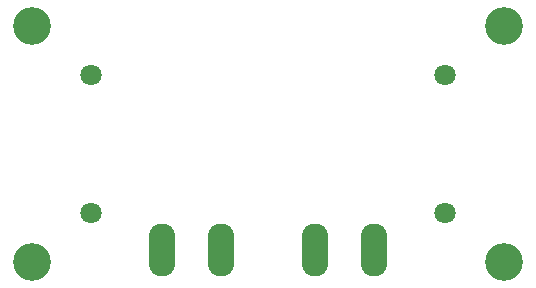
<source format=gbr>
G04 #@! TF.GenerationSoftware,KiCad,Pcbnew,(2017-03-04 revision f18196186)-makepkg*
G04 #@! TF.CreationDate,2017-05-27T01:19:33+02:00*
G04 #@! TF.ProjectId,SPI PT100,5350492050543130302E6B696361645F,1.0*
G04 #@! TF.FileFunction,Soldermask,Bot*
G04 #@! TF.FilePolarity,Negative*
%FSLAX46Y46*%
G04 Gerber Fmt 4.6, Leading zero omitted, Abs format (unit mm)*
G04 Created by KiCad (PCBNEW (2017-03-04 revision f18196186)-makepkg) date 05/27/17 01:19:33*
%MOMM*%
%LPD*%
G01*
G04 APERTURE LIST*
%ADD10C,0.100000*%
%ADD11O,2.250000X4.500000*%
%ADD12C,1.800000*%
%ADD13C,3.200000*%
G04 APERTURE END LIST*
D10*
D11*
X29000000Y1000000D03*
X24000000Y1000000D03*
X16000000Y1000000D03*
X11000000Y1000000D03*
D12*
X5000000Y4132500D03*
X5000000Y15867500D03*
D13*
X0Y0D03*
X40000000Y0D03*
X0Y20000000D03*
X40000000Y20000000D03*
D12*
X35000000Y4132500D03*
X35000000Y15867500D03*
M02*

</source>
